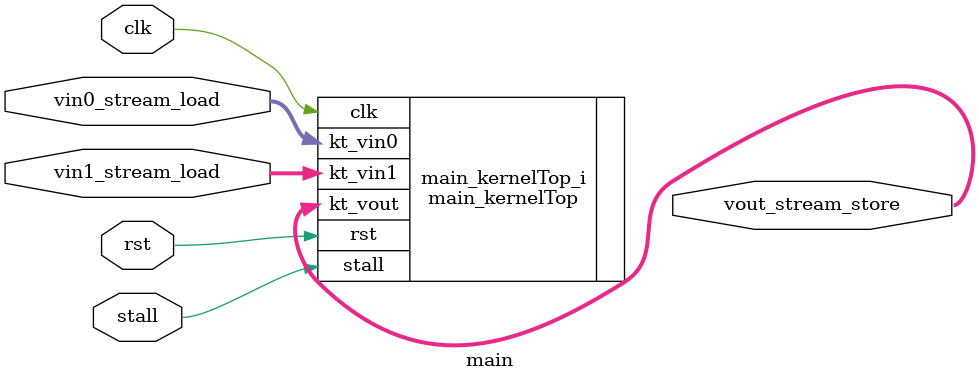
<source format=v>


module main
#(  
   parameter DATAW     = 32
)

(
// =============================================================================
// ** Ports 
// =============================================================================
    input clk   
  , input rst   	
  , input stall
  
  , input [DATAW-1:0] vin1_stream_load
  , input [DATAW-1:0] vin0_stream_load
  , output [DATAW-1:0] vout_stream_store
);



main_kernelTop 
main_kernelTop_i (
  .clk   (clk)
, .rst   (rst)
, .stall (stall)
, .kt_vout  (vout_stream_store)
, .kt_vin0  (vin0_stream_load)
, .kt_vin1  (vin1_stream_load)
);


endmodule 
</source>
